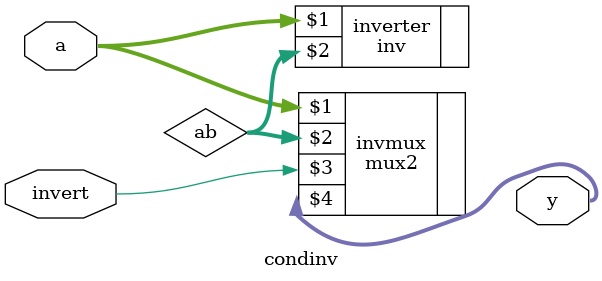
<source format=sv>
module condinv #(parameter WIDTH = 8)
                (input  logic [WIDTH-1:0] a,
                 input  logic             invert,
                 output logic [WIDTH-1:0] y);

  logic [WIDTH-1:0] ab;

  inv  inverter(a, ab);
  mux2 invmux(a, ab, invert, y);
endmodule

</source>
